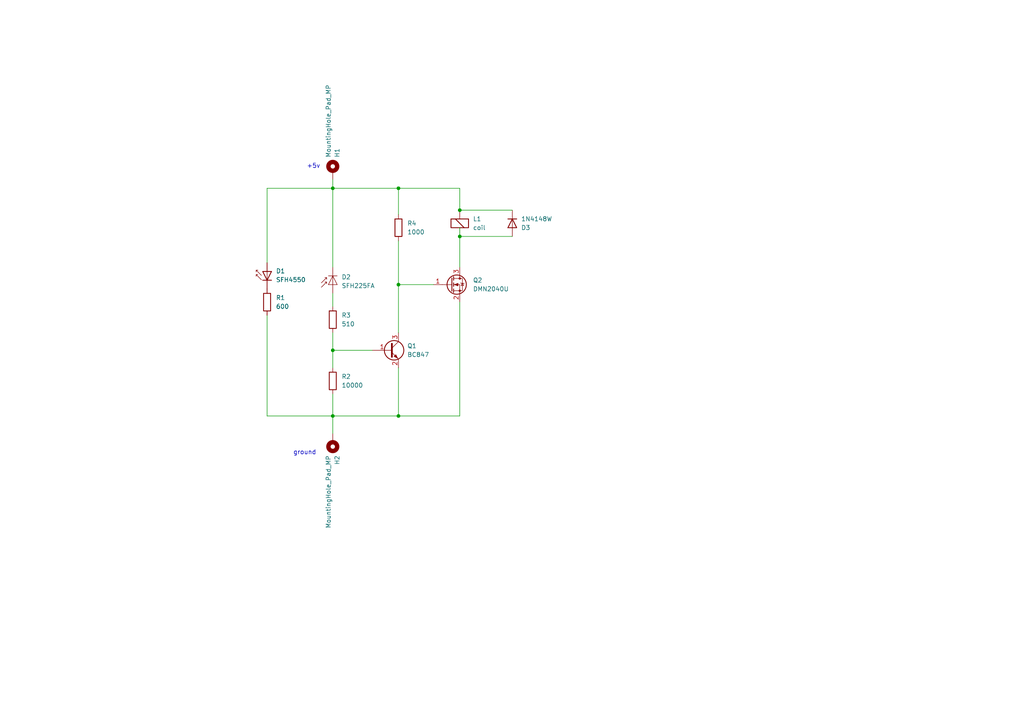
<source format=kicad_sch>
(kicad_sch
	(version 20231120)
	(generator "eeschema")
	(generator_version "8.0")
	(uuid "80b1e1b1-32c8-4640-a23f-7faa359fb782")
	(paper "A4")
	(lib_symbols
		(symbol "Device:ElectromagneticActor"
			(pin_numbers hide)
			(pin_names
				(offset 0.0254) hide)
			(exclude_from_sim no)
			(in_bom yes)
			(on_board yes)
			(property "Reference" "L"
				(at 1.27 3.81 0)
				(effects
					(font
						(size 1.27 1.27)
					)
					(justify left)
				)
			)
			(property "Value" "ElectromagneticActor"
				(at 1.27 -1.27 0)
				(effects
					(font
						(size 1.27 1.27)
					)
					(justify left)
				)
			)
			(property "Footprint" ""
				(at -0.635 2.54 90)
				(effects
					(font
						(size 1.27 1.27)
					)
					(hide yes)
				)
			)
			(property "Datasheet" "~"
				(at -0.635 2.54 90)
				(effects
					(font
						(size 1.27 1.27)
					)
					(hide yes)
				)
			)
			(property "Description" "Electromagnetic actor"
				(at 0 0 0)
				(effects
					(font
						(size 1.27 1.27)
					)
					(hide yes)
				)
			)
			(property "ki_keywords" "electromagnet coil inductor"
				(at 0 0 0)
				(effects
					(font
						(size 1.27 1.27)
					)
					(hide yes)
				)
			)
			(property "ki_fp_filters" "Inductor_* L_*"
				(at 0 0 0)
				(effects
					(font
						(size 1.27 1.27)
					)
					(hide yes)
				)
			)
			(symbol "ElectromagneticActor_0_1"
				(rectangle
					(start -2.54 2.54)
					(end 2.54 0)
					(stroke
						(width 0.254)
						(type default)
					)
					(fill
						(type none)
					)
				)
				(polyline
					(pts
						(xy -1.27 2.54) (xy 1.27 0)
					)
					(stroke
						(width 0.254)
						(type default)
					)
					(fill
						(type none)
					)
				)
			)
			(symbol "ElectromagneticActor_1_1"
				(pin passive line
					(at 0 5.08 270)
					(length 2.54)
					(name "-"
						(effects
							(font
								(size 1.27 1.27)
							)
						)
					)
					(number "1"
						(effects
							(font
								(size 1.27 1.27)
							)
						)
					)
				)
				(pin passive line
					(at 0 -2.54 90)
					(length 2.54)
					(name "+"
						(effects
							(font
								(size 1.27 1.27)
							)
						)
					)
					(number "2"
						(effects
							(font
								(size 1.27 1.27)
							)
						)
					)
				)
			)
		)
		(symbol "Device:R"
			(pin_numbers hide)
			(pin_names
				(offset 0)
			)
			(exclude_from_sim no)
			(in_bom yes)
			(on_board yes)
			(property "Reference" "R"
				(at 2.032 0 90)
				(effects
					(font
						(size 1.27 1.27)
					)
				)
			)
			(property "Value" "R"
				(at 0 0 90)
				(effects
					(font
						(size 1.27 1.27)
					)
				)
			)
			(property "Footprint" ""
				(at -1.778 0 90)
				(effects
					(font
						(size 1.27 1.27)
					)
					(hide yes)
				)
			)
			(property "Datasheet" "~"
				(at 0 0 0)
				(effects
					(font
						(size 1.27 1.27)
					)
					(hide yes)
				)
			)
			(property "Description" "Resistor"
				(at 0 0 0)
				(effects
					(font
						(size 1.27 1.27)
					)
					(hide yes)
				)
			)
			(property "ki_keywords" "R res resistor"
				(at 0 0 0)
				(effects
					(font
						(size 1.27 1.27)
					)
					(hide yes)
				)
			)
			(property "ki_fp_filters" "R_*"
				(at 0 0 0)
				(effects
					(font
						(size 1.27 1.27)
					)
					(hide yes)
				)
			)
			(symbol "R_0_1"
				(rectangle
					(start -1.016 -2.54)
					(end 1.016 2.54)
					(stroke
						(width 0.254)
						(type default)
					)
					(fill
						(type none)
					)
				)
			)
			(symbol "R_1_1"
				(pin passive line
					(at 0 3.81 270)
					(length 1.27)
					(name "~"
						(effects
							(font
								(size 1.27 1.27)
							)
						)
					)
					(number "1"
						(effects
							(font
								(size 1.27 1.27)
							)
						)
					)
				)
				(pin passive line
					(at 0 -3.81 90)
					(length 1.27)
					(name "~"
						(effects
							(font
								(size 1.27 1.27)
							)
						)
					)
					(number "2"
						(effects
							(font
								(size 1.27 1.27)
							)
						)
					)
				)
			)
		)
		(symbol "Diode:1N4148W"
			(pin_numbers hide)
			(pin_names hide)
			(exclude_from_sim no)
			(in_bom yes)
			(on_board yes)
			(property "Reference" "D"
				(at 0 2.54 0)
				(effects
					(font
						(size 1.27 1.27)
					)
				)
			)
			(property "Value" "1N4148W"
				(at 0 -2.54 0)
				(effects
					(font
						(size 1.27 1.27)
					)
				)
			)
			(property "Footprint" "Diode_SMD:D_SOD-123"
				(at 0 -4.445 0)
				(effects
					(font
						(size 1.27 1.27)
					)
					(hide yes)
				)
			)
			(property "Datasheet" "https://www.vishay.com/docs/85748/1n4148w.pdf"
				(at 0 0 0)
				(effects
					(font
						(size 1.27 1.27)
					)
					(hide yes)
				)
			)
			(property "Description" "75V 0.15A Fast Switching Diode, SOD-123"
				(at 0 0 0)
				(effects
					(font
						(size 1.27 1.27)
					)
					(hide yes)
				)
			)
			(property "Sim.Device" "D"
				(at 0 0 0)
				(effects
					(font
						(size 1.27 1.27)
					)
					(hide yes)
				)
			)
			(property "Sim.Pins" "1=K 2=A"
				(at 0 0 0)
				(effects
					(font
						(size 1.27 1.27)
					)
					(hide yes)
				)
			)
			(property "ki_keywords" "diode"
				(at 0 0 0)
				(effects
					(font
						(size 1.27 1.27)
					)
					(hide yes)
				)
			)
			(property "ki_fp_filters" "D*SOD?123*"
				(at 0 0 0)
				(effects
					(font
						(size 1.27 1.27)
					)
					(hide yes)
				)
			)
			(symbol "1N4148W_0_1"
				(polyline
					(pts
						(xy -1.27 1.27) (xy -1.27 -1.27)
					)
					(stroke
						(width 0.254)
						(type default)
					)
					(fill
						(type none)
					)
				)
				(polyline
					(pts
						(xy 1.27 0) (xy -1.27 0)
					)
					(stroke
						(width 0)
						(type default)
					)
					(fill
						(type none)
					)
				)
				(polyline
					(pts
						(xy 1.27 1.27) (xy 1.27 -1.27) (xy -1.27 0) (xy 1.27 1.27)
					)
					(stroke
						(width 0.254)
						(type default)
					)
					(fill
						(type none)
					)
				)
			)
			(symbol "1N4148W_1_1"
				(pin passive line
					(at -3.81 0 0)
					(length 2.54)
					(name "K"
						(effects
							(font
								(size 1.27 1.27)
							)
						)
					)
					(number "1"
						(effects
							(font
								(size 1.27 1.27)
							)
						)
					)
				)
				(pin passive line
					(at 3.81 0 180)
					(length 2.54)
					(name "A"
						(effects
							(font
								(size 1.27 1.27)
							)
						)
					)
					(number "2"
						(effects
							(font
								(size 1.27 1.27)
							)
						)
					)
				)
			)
		)
		(symbol "LED:SFH4550"
			(pin_numbers hide)
			(pin_names
				(offset 1.016) hide)
			(exclude_from_sim no)
			(in_bom yes)
			(on_board yes)
			(property "Reference" "D"
				(at 0.508 1.778 0)
				(effects
					(font
						(size 1.27 1.27)
					)
					(justify left)
				)
			)
			(property "Value" "SFH4550"
				(at -1.016 -2.794 0)
				(effects
					(font
						(size 1.27 1.27)
					)
				)
			)
			(property "Footprint" "LED_THT:LED_D5.0mm_IRGrey"
				(at 0 4.445 0)
				(effects
					(font
						(size 1.27 1.27)
					)
					(hide yes)
				)
			)
			(property "Datasheet" "http://www.osram-os.com/Graphics/XPic3/00116140_0.pdf"
				(at -1.27 0 0)
				(effects
					(font
						(size 1.27 1.27)
					)
					(hide yes)
				)
			)
			(property "Description" "950nm High-Power IR-LED, 5mm"
				(at 0 0 0)
				(effects
					(font
						(size 1.27 1.27)
					)
					(hide yes)
				)
			)
			(property "ki_keywords" "IR LED"
				(at 0 0 0)
				(effects
					(font
						(size 1.27 1.27)
					)
					(hide yes)
				)
			)
			(property "ki_fp_filters" "LED*5.0mm*IRGrey*"
				(at 0 0 0)
				(effects
					(font
						(size 1.27 1.27)
					)
					(hide yes)
				)
			)
			(symbol "SFH4550_0_1"
				(polyline
					(pts
						(xy -2.54 1.27) (xy -2.54 -1.27)
					)
					(stroke
						(width 0.254)
						(type default)
					)
					(fill
						(type none)
					)
				)
				(polyline
					(pts
						(xy 0 0) (xy -2.54 0)
					)
					(stroke
						(width 0)
						(type default)
					)
					(fill
						(type none)
					)
				)
				(polyline
					(pts
						(xy 0.381 3.175) (xy -0.127 3.175)
					)
					(stroke
						(width 0)
						(type default)
					)
					(fill
						(type none)
					)
				)
				(polyline
					(pts
						(xy -1.143 1.651) (xy 0.381 3.175) (xy 0.381 2.667)
					)
					(stroke
						(width 0)
						(type default)
					)
					(fill
						(type none)
					)
				)
				(polyline
					(pts
						(xy 0 -1.27) (xy -2.54 0) (xy 0 1.27) (xy 0 -1.27)
					)
					(stroke
						(width 0.254)
						(type default)
					)
					(fill
						(type none)
					)
				)
				(polyline
					(pts
						(xy -2.413 1.651) (xy -0.889 3.175) (xy -0.889 2.667) (xy -0.889 3.175) (xy -1.397 3.175)
					)
					(stroke
						(width 0)
						(type default)
					)
					(fill
						(type none)
					)
				)
			)
			(symbol "SFH4550_1_1"
				(pin passive line
					(at -5.08 0 0)
					(length 2.54)
					(name "K"
						(effects
							(font
								(size 1.27 1.27)
							)
						)
					)
					(number "1"
						(effects
							(font
								(size 1.27 1.27)
							)
						)
					)
				)
				(pin passive line
					(at 2.54 0 180)
					(length 2.54)
					(name "A"
						(effects
							(font
								(size 1.27 1.27)
							)
						)
					)
					(number "2"
						(effects
							(font
								(size 1.27 1.27)
							)
						)
					)
				)
			)
		)
		(symbol "Mechanical:MountingHole_Pad_MP"
			(pin_numbers hide)
			(pin_names
				(offset 1.016) hide)
			(exclude_from_sim yes)
			(in_bom no)
			(on_board yes)
			(property "Reference" "H"
				(at 0 6.35 0)
				(effects
					(font
						(size 1.27 1.27)
					)
				)
			)
			(property "Value" "MountingHole_Pad_MP"
				(at 0 4.445 0)
				(effects
					(font
						(size 1.27 1.27)
					)
				)
			)
			(property "Footprint" ""
				(at 0 0 0)
				(effects
					(font
						(size 1.27 1.27)
					)
					(hide yes)
				)
			)
			(property "Datasheet" "~"
				(at 0 0 0)
				(effects
					(font
						(size 1.27 1.27)
					)
					(hide yes)
				)
			)
			(property "Description" "Mounting Hole with connection as pad named MP"
				(at 0 0 0)
				(effects
					(font
						(size 1.27 1.27)
					)
					(hide yes)
				)
			)
			(property "ki_keywords" "mounting hole"
				(at 0 0 0)
				(effects
					(font
						(size 1.27 1.27)
					)
					(hide yes)
				)
			)
			(property "ki_fp_filters" "MountingHole*Pad*"
				(at 0 0 0)
				(effects
					(font
						(size 1.27 1.27)
					)
					(hide yes)
				)
			)
			(symbol "MountingHole_Pad_MP_0_1"
				(circle
					(center 0 1.27)
					(radius 1.27)
					(stroke
						(width 1.27)
						(type default)
					)
					(fill
						(type none)
					)
				)
			)
			(symbol "MountingHole_Pad_MP_1_1"
				(pin input line
					(at 0 -2.54 90)
					(length 2.54)
					(name "MP"
						(effects
							(font
								(size 1.27 1.27)
							)
						)
					)
					(number "MP"
						(effects
							(font
								(size 1.27 1.27)
							)
						)
					)
				)
			)
		)
		(symbol "Sensor_Optical:SFH225FA"
			(pin_numbers hide)
			(pin_names hide)
			(exclude_from_sim no)
			(in_bom yes)
			(on_board yes)
			(property "Reference" "D"
				(at 0.508 1.778 0)
				(effects
					(font
						(size 1.27 1.27)
					)
					(justify left)
				)
			)
			(property "Value" "SFH225FA"
				(at -1.016 -2.794 0)
				(effects
					(font
						(size 1.27 1.27)
					)
				)
			)
			(property "Footprint" "OptoDevice:Osram_SFH225"
				(at 0 4.445 0)
				(effects
					(font
						(size 1.27 1.27)
					)
					(hide yes)
				)
			)
			(property "Datasheet" "http://www.osram-os.com/Graphics/XPic0/00209685_0.pdf/SFH%20225%20FA.pdf"
				(at -1.27 0 0)
				(effects
					(font
						(size 1.27 1.27)
					)
					(hide yes)
				)
			)
			(property "Description" "Silicon PIN Photodiode with Daylight Blocking Filter"
				(at 0 0 0)
				(effects
					(font
						(size 1.27 1.27)
					)
					(hide yes)
				)
			)
			(property "ki_keywords" "opto PIN photodiode IR"
				(at 0 0 0)
				(effects
					(font
						(size 1.27 1.27)
					)
					(hide yes)
				)
			)
			(property "ki_fp_filters" "Osram*SFH225*"
				(at 0 0 0)
				(effects
					(font
						(size 1.27 1.27)
					)
					(hide yes)
				)
			)
			(symbol "SFH225FA_0_1"
				(polyline
					(pts
						(xy -2.54 1.27) (xy -2.54 -1.27)
					)
					(stroke
						(width 0.1524)
						(type default)
					)
					(fill
						(type none)
					)
				)
				(polyline
					(pts
						(xy -2.032 1.778) (xy -1.524 1.778)
					)
					(stroke
						(width 0)
						(type default)
					)
					(fill
						(type none)
					)
				)
				(polyline
					(pts
						(xy 0 -1.27) (xy 0 1.27)
					)
					(stroke
						(width 0)
						(type default)
					)
					(fill
						(type none)
					)
				)
				(polyline
					(pts
						(xy 0 0) (xy -2.54 0)
					)
					(stroke
						(width 0)
						(type default)
					)
					(fill
						(type none)
					)
				)
				(polyline
					(pts
						(xy -0.508 3.302) (xy -2.032 1.778) (xy -2.032 2.286)
					)
					(stroke
						(width 0)
						(type default)
					)
					(fill
						(type none)
					)
				)
				(polyline
					(pts
						(xy 0 1.27) (xy -2.54 0) (xy 0 -1.27)
					)
					(stroke
						(width 0)
						(type default)
					)
					(fill
						(type none)
					)
				)
				(polyline
					(pts
						(xy 0.762 3.302) (xy -0.762 1.778) (xy -0.762 2.286) (xy -0.762 1.778) (xy -0.254 1.778)
					)
					(stroke
						(width 0)
						(type default)
					)
					(fill
						(type none)
					)
				)
			)
			(symbol "SFH225FA_1_1"
				(pin passive line
					(at -5.08 0 0)
					(length 2.54)
					(name "K"
						(effects
							(font
								(size 1.27 1.27)
							)
						)
					)
					(number "1"
						(effects
							(font
								(size 1.27 1.27)
							)
						)
					)
				)
				(pin passive line
					(at 2.54 0 180)
					(length 2.54)
					(name "A"
						(effects
							(font
								(size 1.27 1.27)
							)
						)
					)
					(number "2"
						(effects
							(font
								(size 1.27 1.27)
							)
						)
					)
				)
			)
		)
		(symbol "Transistor_BJT:BC847"
			(pin_names
				(offset 0) hide)
			(exclude_from_sim no)
			(in_bom yes)
			(on_board yes)
			(property "Reference" "Q"
				(at 5.08 1.905 0)
				(effects
					(font
						(size 1.27 1.27)
					)
					(justify left)
				)
			)
			(property "Value" "BC847"
				(at 5.08 0 0)
				(effects
					(font
						(size 1.27 1.27)
					)
					(justify left)
				)
			)
			(property "Footprint" "Package_TO_SOT_SMD:SOT-23"
				(at 5.08 -1.905 0)
				(effects
					(font
						(size 1.27 1.27)
						(italic yes)
					)
					(justify left)
					(hide yes)
				)
			)
			(property "Datasheet" "http://www.infineon.com/dgdl/Infineon-BC847SERIES_BC848SERIES_BC849SERIES_BC850SERIES-DS-v01_01-en.pdf?fileId=db3a304314dca389011541d4630a1657"
				(at 0 0 0)
				(effects
					(font
						(size 1.27 1.27)
					)
					(justify left)
					(hide yes)
				)
			)
			(property "Description" "0.1A Ic, 45V Vce, NPN Transistor, SOT-23"
				(at 0 0 0)
				(effects
					(font
						(size 1.27 1.27)
					)
					(hide yes)
				)
			)
			(property "ki_keywords" "NPN Small Signal Transistor"
				(at 0 0 0)
				(effects
					(font
						(size 1.27 1.27)
					)
					(hide yes)
				)
			)
			(property "ki_fp_filters" "SOT?23*"
				(at 0 0 0)
				(effects
					(font
						(size 1.27 1.27)
					)
					(hide yes)
				)
			)
			(symbol "BC847_0_1"
				(polyline
					(pts
						(xy 0.635 0.635) (xy 2.54 2.54)
					)
					(stroke
						(width 0)
						(type default)
					)
					(fill
						(type none)
					)
				)
				(polyline
					(pts
						(xy 0.635 -0.635) (xy 2.54 -2.54) (xy 2.54 -2.54)
					)
					(stroke
						(width 0)
						(type default)
					)
					(fill
						(type none)
					)
				)
				(polyline
					(pts
						(xy 0.635 1.905) (xy 0.635 -1.905) (xy 0.635 -1.905)
					)
					(stroke
						(width 0.508)
						(type default)
					)
					(fill
						(type none)
					)
				)
				(polyline
					(pts
						(xy 1.27 -1.778) (xy 1.778 -1.27) (xy 2.286 -2.286) (xy 1.27 -1.778) (xy 1.27 -1.778)
					)
					(stroke
						(width 0)
						(type default)
					)
					(fill
						(type outline)
					)
				)
				(circle
					(center 1.27 0)
					(radius 2.8194)
					(stroke
						(width 0.254)
						(type default)
					)
					(fill
						(type none)
					)
				)
			)
			(symbol "BC847_1_1"
				(pin input line
					(at -5.08 0 0)
					(length 5.715)
					(name "B"
						(effects
							(font
								(size 1.27 1.27)
							)
						)
					)
					(number "1"
						(effects
							(font
								(size 1.27 1.27)
							)
						)
					)
				)
				(pin passive line
					(at 2.54 -5.08 90)
					(length 2.54)
					(name "E"
						(effects
							(font
								(size 1.27 1.27)
							)
						)
					)
					(number "2"
						(effects
							(font
								(size 1.27 1.27)
							)
						)
					)
				)
				(pin passive line
					(at 2.54 5.08 270)
					(length 2.54)
					(name "C"
						(effects
							(font
								(size 1.27 1.27)
							)
						)
					)
					(number "3"
						(effects
							(font
								(size 1.27 1.27)
							)
						)
					)
				)
			)
		)
		(symbol "Transistor_FET:DMN2040U"
			(pin_names hide)
			(exclude_from_sim no)
			(in_bom yes)
			(on_board yes)
			(property "Reference" "Q"
				(at 5.08 1.905 0)
				(effects
					(font
						(size 1.27 1.27)
					)
					(justify left)
				)
			)
			(property "Value" "DMN2040U"
				(at 5.08 0 0)
				(effects
					(font
						(size 1.27 1.27)
					)
					(justify left)
				)
			)
			(property "Footprint" "Package_TO_SOT_SMD:SOT-23"
				(at 5.08 -1.905 0)
				(effects
					(font
						(size 1.27 1.27)
						(italic yes)
					)
					(justify left)
					(hide yes)
				)
			)
			(property "Datasheet" "https://www.diodes.com/assets/Datasheets/DMN2040U.pdf"
				(at 5.08 -3.81 0)
				(effects
					(font
						(size 1.27 1.27)
					)
					(justify left)
					(hide yes)
				)
			)
			(property "Description" "20V Vds, 6A Id, N-Channel MOSFET, SOT-23"
				(at 0 0 0)
				(effects
					(font
						(size 1.27 1.27)
					)
					(hide yes)
				)
			)
			(property "ki_keywords" "N-Channel MOSFET"
				(at 0 0 0)
				(effects
					(font
						(size 1.27 1.27)
					)
					(hide yes)
				)
			)
			(property "ki_fp_filters" "SOT?23*"
				(at 0 0 0)
				(effects
					(font
						(size 1.27 1.27)
					)
					(hide yes)
				)
			)
			(symbol "DMN2040U_0_1"
				(polyline
					(pts
						(xy 0.254 0) (xy -2.54 0)
					)
					(stroke
						(width 0)
						(type default)
					)
					(fill
						(type none)
					)
				)
				(polyline
					(pts
						(xy 0.254 1.905) (xy 0.254 -1.905)
					)
					(stroke
						(width 0.254)
						(type default)
					)
					(fill
						(type none)
					)
				)
				(polyline
					(pts
						(xy 0.762 -1.27) (xy 0.762 -2.286)
					)
					(stroke
						(width 0.254)
						(type default)
					)
					(fill
						(type none)
					)
				)
				(polyline
					(pts
						(xy 0.762 0.508) (xy 0.762 -0.508)
					)
					(stroke
						(width 0.254)
						(type default)
					)
					(fill
						(type none)
					)
				)
				(polyline
					(pts
						(xy 0.762 2.286) (xy 0.762 1.27)
					)
					(stroke
						(width 0.254)
						(type default)
					)
					(fill
						(type none)
					)
				)
				(polyline
					(pts
						(xy 2.54 2.54) (xy 2.54 1.778)
					)
					(stroke
						(width 0)
						(type default)
					)
					(fill
						(type none)
					)
				)
				(polyline
					(pts
						(xy 2.54 -2.54) (xy 2.54 0) (xy 0.762 0)
					)
					(stroke
						(width 0)
						(type default)
					)
					(fill
						(type none)
					)
				)
				(polyline
					(pts
						(xy 0.762 -1.778) (xy 3.302 -1.778) (xy 3.302 1.778) (xy 0.762 1.778)
					)
					(stroke
						(width 0)
						(type default)
					)
					(fill
						(type none)
					)
				)
				(polyline
					(pts
						(xy 1.016 0) (xy 2.032 0.381) (xy 2.032 -0.381) (xy 1.016 0)
					)
					(stroke
						(width 0)
						(type default)
					)
					(fill
						(type outline)
					)
				)
				(polyline
					(pts
						(xy 2.794 0.508) (xy 2.921 0.381) (xy 3.683 0.381) (xy 3.81 0.254)
					)
					(stroke
						(width 0)
						(type default)
					)
					(fill
						(type none)
					)
				)
				(polyline
					(pts
						(xy 3.302 0.381) (xy 2.921 -0.254) (xy 3.683 -0.254) (xy 3.302 0.381)
					)
					(stroke
						(width 0)
						(type default)
					)
					(fill
						(type none)
					)
				)
				(circle
					(center 1.651 0)
					(radius 2.794)
					(stroke
						(width 0.254)
						(type default)
					)
					(fill
						(type none)
					)
				)
				(circle
					(center 2.54 -1.778)
					(radius 0.254)
					(stroke
						(width 0)
						(type default)
					)
					(fill
						(type outline)
					)
				)
				(circle
					(center 2.54 1.778)
					(radius 0.254)
					(stroke
						(width 0)
						(type default)
					)
					(fill
						(type outline)
					)
				)
			)
			(symbol "DMN2040U_1_1"
				(pin input line
					(at -5.08 0 0)
					(length 2.54)
					(name "G"
						(effects
							(font
								(size 1.27 1.27)
							)
						)
					)
					(number "1"
						(effects
							(font
								(size 1.27 1.27)
							)
						)
					)
				)
				(pin passive line
					(at 2.54 -5.08 90)
					(length 2.54)
					(name "S"
						(effects
							(font
								(size 1.27 1.27)
							)
						)
					)
					(number "2"
						(effects
							(font
								(size 1.27 1.27)
							)
						)
					)
				)
				(pin passive line
					(at 2.54 5.08 270)
					(length 2.54)
					(name "D"
						(effects
							(font
								(size 1.27 1.27)
							)
						)
					)
					(number "3"
						(effects
							(font
								(size 1.27 1.27)
							)
						)
					)
				)
			)
		)
	)
	(junction
		(at 96.52 120.65)
		(diameter 0)
		(color 0 0 0 0)
		(uuid "204ea255-c7e4-46fd-8054-d06d959de93f")
	)
	(junction
		(at 133.35 68.58)
		(diameter 0)
		(color 0 0 0 0)
		(uuid "401b6703-bb47-4dbc-8aca-dd98ca893a40")
	)
	(junction
		(at 115.57 120.65)
		(diameter 0)
		(color 0 0 0 0)
		(uuid "46d10ebf-dfb1-44d7-9767-790ae3687363")
	)
	(junction
		(at 96.52 54.61)
		(diameter 0)
		(color 0 0 0 0)
		(uuid "6dc9bbf6-7e85-4388-8762-c11e094172cc")
	)
	(junction
		(at 133.35 60.96)
		(diameter 0)
		(color 0 0 0 0)
		(uuid "71de4d3c-ef4b-4ff6-bd4f-cc4d0b9625de")
	)
	(junction
		(at 115.57 82.55)
		(diameter 0)
		(color 0 0 0 0)
		(uuid "a372ad59-8299-4815-b36c-ac2db13f4f52")
	)
	(junction
		(at 115.57 54.61)
		(diameter 0)
		(color 0 0 0 0)
		(uuid "b044f85f-aa02-4900-b2a9-3a18574088c6")
	)
	(junction
		(at 96.52 101.6)
		(diameter 0)
		(color 0 0 0 0)
		(uuid "e281ae1b-b11b-4e86-8360-c1f3babef9c8")
	)
	(wire
		(pts
			(xy 96.52 101.6) (xy 96.52 106.68)
		)
		(stroke
			(width 0)
			(type default)
		)
		(uuid "13dd004b-c9f9-4556-89d6-a670bde2e684")
	)
	(wire
		(pts
			(xy 115.57 96.52) (xy 115.57 82.55)
		)
		(stroke
			(width 0)
			(type default)
		)
		(uuid "22b8bc03-1242-42db-8ae6-bd24c8502dd8")
	)
	(wire
		(pts
			(xy 77.47 91.44) (xy 77.47 120.65)
		)
		(stroke
			(width 0)
			(type default)
		)
		(uuid "23e9c1a8-b29d-4cc9-8ba0-617d872638a5")
	)
	(wire
		(pts
			(xy 133.35 54.61) (xy 115.57 54.61)
		)
		(stroke
			(width 0)
			(type default)
		)
		(uuid "29d87fec-58b9-4c2e-8f6a-b2d9e6be2d91")
	)
	(wire
		(pts
			(xy 115.57 120.65) (xy 96.52 120.65)
		)
		(stroke
			(width 0)
			(type default)
		)
		(uuid "2eae695c-5824-4f7e-beef-7a79ac3144ba")
	)
	(wire
		(pts
			(xy 115.57 54.61) (xy 115.57 62.23)
		)
		(stroke
			(width 0)
			(type default)
		)
		(uuid "350d5014-570d-4412-a79f-e7a872e1049d")
	)
	(wire
		(pts
			(xy 133.35 68.58) (xy 148.59 68.58)
		)
		(stroke
			(width 0)
			(type default)
		)
		(uuid "37fd075f-95a4-457b-9322-c2c480f12738")
	)
	(wire
		(pts
			(xy 133.35 68.58) (xy 133.35 77.47)
		)
		(stroke
			(width 0)
			(type default)
		)
		(uuid "3caca98a-44b6-4971-9d7d-98f69255f332")
	)
	(wire
		(pts
			(xy 77.47 120.65) (xy 96.52 120.65)
		)
		(stroke
			(width 0)
			(type default)
		)
		(uuid "48c7744c-5f48-4564-99cc-f592dbb19ade")
	)
	(wire
		(pts
			(xy 96.52 101.6) (xy 107.95 101.6)
		)
		(stroke
			(width 0)
			(type default)
		)
		(uuid "4a9b444f-d9f6-4abb-a9ad-d02c0fdfe39c")
	)
	(wire
		(pts
			(xy 133.35 60.96) (xy 133.35 54.61)
		)
		(stroke
			(width 0)
			(type default)
		)
		(uuid "4f4219e0-3871-4382-bc14-2e349d828c13")
	)
	(wire
		(pts
			(xy 115.57 106.68) (xy 115.57 120.65)
		)
		(stroke
			(width 0)
			(type default)
		)
		(uuid "5781aef1-6675-4834-8fff-50135191915f")
	)
	(wire
		(pts
			(xy 133.35 87.63) (xy 133.35 120.65)
		)
		(stroke
			(width 0)
			(type default)
		)
		(uuid "5a01133b-6faa-4bfa-86d2-54c942f95f46")
	)
	(wire
		(pts
			(xy 77.47 54.61) (xy 96.52 54.61)
		)
		(stroke
			(width 0)
			(type default)
		)
		(uuid "6b65d24a-7934-4f75-9096-b64d3d8064de")
	)
	(wire
		(pts
			(xy 77.47 76.2) (xy 77.47 54.61)
		)
		(stroke
			(width 0)
			(type default)
		)
		(uuid "7250f712-4fa6-43b6-9c0b-15d1d54e812b")
	)
	(wire
		(pts
			(xy 133.35 60.96) (xy 148.59 60.96)
		)
		(stroke
			(width 0)
			(type default)
		)
		(uuid "7742ee40-60f4-4ab2-a0b2-2289d1ed9df3")
	)
	(wire
		(pts
			(xy 96.52 54.61) (xy 96.52 77.47)
		)
		(stroke
			(width 0)
			(type default)
		)
		(uuid "7d61f060-1458-41c1-8323-7db31474bcf9")
	)
	(wire
		(pts
			(xy 96.52 96.52) (xy 96.52 101.6)
		)
		(stroke
			(width 0)
			(type default)
		)
		(uuid "86cb4f83-f9da-4524-bc6f-80c99e04365a")
	)
	(wire
		(pts
			(xy 96.52 54.61) (xy 115.57 54.61)
		)
		(stroke
			(width 0)
			(type default)
		)
		(uuid "a29a02c8-8bfd-4c76-90d6-5e592bee318d")
	)
	(wire
		(pts
			(xy 133.35 120.65) (xy 115.57 120.65)
		)
		(stroke
			(width 0)
			(type default)
		)
		(uuid "a8e5b7bc-90bb-4f28-8788-06c8699338f8")
	)
	(wire
		(pts
			(xy 96.52 114.3) (xy 96.52 120.65)
		)
		(stroke
			(width 0)
			(type default)
		)
		(uuid "bc292d95-e4f2-49e8-9079-1420cc94fc01")
	)
	(wire
		(pts
			(xy 96.52 85.09) (xy 96.52 88.9)
		)
		(stroke
			(width 0)
			(type default)
		)
		(uuid "c08c2e94-a232-4ac8-a0c0-f7627ed5f39f")
	)
	(wire
		(pts
			(xy 115.57 69.85) (xy 115.57 82.55)
		)
		(stroke
			(width 0)
			(type default)
		)
		(uuid "c610a3b7-0983-4731-8eea-f488fd3dbcc9")
	)
	(wire
		(pts
			(xy 96.52 52.07) (xy 96.52 54.61)
		)
		(stroke
			(width 0)
			(type default)
		)
		(uuid "c83e011c-4df7-49ae-b890-383ed327b176")
	)
	(wire
		(pts
			(xy 133.35 66.04) (xy 133.35 68.58)
		)
		(stroke
			(width 0)
			(type default)
		)
		(uuid "e2e6836b-e8e5-472d-a8c2-4618d4119d7f")
	)
	(wire
		(pts
			(xy 115.57 82.55) (xy 125.73 82.55)
		)
		(stroke
			(width 0)
			(type default)
		)
		(uuid "fbdbd8ad-cda6-4c4f-b84e-368afec75765")
	)
	(wire
		(pts
			(xy 96.52 120.65) (xy 96.52 125.73)
		)
		(stroke
			(width 0)
			(type default)
		)
		(uuid "fef6482c-426b-4e7b-8159-b482f14a12f1")
	)
	(text "+5v\n"
		(exclude_from_sim no)
		(at 90.932 48.26 0)
		(effects
			(font
				(size 1.27 1.27)
			)
		)
		(uuid "93e8a3d1-1aa2-4535-b1f7-3c76efe641e2")
	)
	(text "ground\n"
		(exclude_from_sim no)
		(at 88.392 131.318 0)
		(effects
			(font
				(size 1.27 1.27)
			)
		)
		(uuid "facee2f1-f73d-4084-8f7a-9008f46f9c73")
	)
	(symbol
		(lib_id "LED:SFH4550")
		(at 77.47 78.74 90)
		(unit 1)
		(exclude_from_sim no)
		(in_bom yes)
		(on_board yes)
		(dnp no)
		(fields_autoplaced yes)
		(uuid "1c86b189-c7f4-4614-89f6-e0d7137b1861")
		(property "Reference" "D1"
			(at 80.01 78.6129 90)
			(effects
				(font
					(size 1.27 1.27)
				)
				(justify right)
			)
		)
		(property "Value" "SFH4550"
			(at 80.01 81.1529 90)
			(effects
				(font
					(size 1.27 1.27)
				)
				(justify right)
			)
		)
		(property "Footprint" "LED_THT:LED_D5.0mm_IRGrey"
			(at 73.025 78.74 0)
			(effects
				(font
					(size 1.27 1.27)
				)
				(hide yes)
			)
		)
		(property "Datasheet" "http://www.osram-os.com/Graphics/XPic3/00116140_0.pdf"
			(at 77.47 80.01 0)
			(effects
				(font
					(size 1.27 1.27)
				)
				(hide yes)
			)
		)
		(property "Description" "950nm High-Power IR-LED, 5mm"
			(at 77.47 78.74 0)
			(effects
				(font
					(size 1.27 1.27)
				)
				(hide yes)
			)
		)
		(pin "1"
			(uuid "1160a016-6550-424b-b962-194aa219e9c7")
		)
		(pin "2"
			(uuid "f9c47e66-4c75-494e-8327-75cc3ff06651")
		)
		(instances
			(project "particle accelerator"
				(path "/80b1e1b1-32c8-4640-a23f-7faa359fb782"
					(reference "D1")
					(unit 1)
				)
			)
		)
	)
	(symbol
		(lib_id "Sensor_Optical:SFH225FA")
		(at 96.52 82.55 90)
		(mirror x)
		(unit 1)
		(exclude_from_sim no)
		(in_bom yes)
		(on_board yes)
		(dnp no)
		(fields_autoplaced yes)
		(uuid "40145173-a79e-45dc-be42-f6dc99765e5e")
		(property "Reference" "D2"
			(at 99.06 80.3528 90)
			(effects
				(font
					(size 1.27 1.27)
				)
				(justify right)
			)
		)
		(property "Value" "SFH225FA"
			(at 99.06 82.8928 90)
			(effects
				(font
					(size 1.27 1.27)
				)
				(justify right)
			)
		)
		(property "Footprint" "OptoDevice:Osram_SFH225"
			(at 92.075 82.55 0)
			(effects
				(font
					(size 1.27 1.27)
				)
				(hide yes)
			)
		)
		(property "Datasheet" "http://www.osram-os.com/Graphics/XPic0/00209685_0.pdf/SFH%20225%20FA.pdf"
			(at 96.52 81.28 0)
			(effects
				(font
					(size 1.27 1.27)
				)
				(hide yes)
			)
		)
		(property "Description" "Silicon PIN Photodiode with Daylight Blocking Filter"
			(at 96.52 82.55 0)
			(effects
				(font
					(size 1.27 1.27)
				)
				(hide yes)
			)
		)
		(pin "2"
			(uuid "0d5808f7-f27d-40ef-894e-7819d9c5f06c")
		)
		(pin "1"
			(uuid "cba17f70-12ae-4404-b38c-bd91dac5266e")
		)
		(instances
			(project "particle accelerator"
				(path "/80b1e1b1-32c8-4640-a23f-7faa359fb782"
					(reference "D2")
					(unit 1)
				)
			)
		)
	)
	(symbol
		(lib_id "Mechanical:MountingHole_Pad_MP")
		(at 96.52 49.53 0)
		(mirror y)
		(unit 1)
		(exclude_from_sim yes)
		(in_bom no)
		(on_board yes)
		(dnp no)
		(uuid "4d3f0d2e-480e-4a26-bafe-c4c2b1c06392")
		(property "Reference" "H1"
			(at 97.7901 45.72 90)
			(effects
				(font
					(size 1.27 1.27)
				)
				(justify left)
			)
		)
		(property "Value" "MountingHole_Pad_MP"
			(at 95.2501 45.72 90)
			(effects
				(font
					(size 1.27 1.27)
				)
				(justify left)
			)
		)
		(property "Footprint" ""
			(at 96.52 49.53 0)
			(effects
				(font
					(size 1.27 1.27)
				)
				(hide yes)
			)
		)
		(property "Datasheet" "~"
			(at 96.52 49.53 0)
			(effects
				(font
					(size 1.27 1.27)
				)
				(hide yes)
			)
		)
		(property "Description" "Mounting Hole with connection as pad named MP"
			(at 96.52 49.53 0)
			(effects
				(font
					(size 1.27 1.27)
				)
				(hide yes)
			)
		)
		(pin "MP"
			(uuid "feab7e76-8a9d-4c76-bd8d-6d4924e2ce60")
		)
		(instances
			(project "particle accelerator"
				(path "/80b1e1b1-32c8-4640-a23f-7faa359fb782"
					(reference "H1")
					(unit 1)
				)
			)
		)
	)
	(symbol
		(lib_id "Device:R")
		(at 96.52 110.49 0)
		(unit 1)
		(exclude_from_sim no)
		(in_bom yes)
		(on_board yes)
		(dnp no)
		(fields_autoplaced yes)
		(uuid "59620abc-b8ab-4c20-9790-4ca90665b6da")
		(property "Reference" "R2"
			(at 99.06 109.2199 0)
			(effects
				(font
					(size 1.27 1.27)
				)
				(justify left)
			)
		)
		(property "Value" "10000"
			(at 99.06 111.7599 0)
			(effects
				(font
					(size 1.27 1.27)
				)
				(justify left)
			)
		)
		(property "Footprint" "Resistor_SMD:R_0201_0603Metric"
			(at 94.742 110.49 90)
			(effects
				(font
					(size 1.27 1.27)
				)
				(hide yes)
			)
		)
		(property "Datasheet" "~"
			(at 96.52 110.49 0)
			(effects
				(font
					(size 1.27 1.27)
				)
				(hide yes)
			)
		)
		(property "Description" "Resistor"
			(at 96.52 110.49 0)
			(effects
				(font
					(size 1.27 1.27)
				)
				(hide yes)
			)
		)
		(pin "2"
			(uuid "92f81b1b-9ecf-43ab-9eda-5fde27aefa0c")
		)
		(pin "1"
			(uuid "a64e992b-ea17-4dca-99c0-660e7e06bc20")
		)
		(instances
			(project "particle accelerator"
				(path "/80b1e1b1-32c8-4640-a23f-7faa359fb782"
					(reference "R2")
					(unit 1)
				)
			)
		)
	)
	(symbol
		(lib_id "Device:R")
		(at 115.57 66.04 0)
		(unit 1)
		(exclude_from_sim no)
		(in_bom yes)
		(on_board yes)
		(dnp no)
		(fields_autoplaced yes)
		(uuid "619f56ee-98b0-4adc-9e26-9b7386022c70")
		(property "Reference" "R4"
			(at 118.11 64.7699 0)
			(effects
				(font
					(size 1.27 1.27)
				)
				(justify left)
			)
		)
		(property "Value" "1000"
			(at 118.11 67.3099 0)
			(effects
				(font
					(size 1.27 1.27)
				)
				(justify left)
			)
		)
		(property "Footprint" "Resistor_SMD:R_0201_0603Metric"
			(at 113.792 66.04 90)
			(effects
				(font
					(size 1.27 1.27)
				)
				(hide yes)
			)
		)
		(property "Datasheet" "~"
			(at 115.57 66.04 0)
			(effects
				(font
					(size 1.27 1.27)
				)
				(hide yes)
			)
		)
		(property "Description" "Resistor"
			(at 115.57 66.04 0)
			(effects
				(font
					(size 1.27 1.27)
				)
				(hide yes)
			)
		)
		(pin "2"
			(uuid "b0a9aeb8-73e1-4ce3-9c24-8da1c1dbfdd8")
		)
		(pin "1"
			(uuid "da3e763a-4324-4ebf-8326-788197b45b11")
		)
		(instances
			(project "particle accelerator"
				(path "/80b1e1b1-32c8-4640-a23f-7faa359fb782"
					(reference "R4")
					(unit 1)
				)
			)
		)
	)
	(symbol
		(lib_id "Diode:1N4148W")
		(at 148.59 64.77 90)
		(mirror x)
		(unit 1)
		(exclude_from_sim no)
		(in_bom yes)
		(on_board yes)
		(dnp no)
		(uuid "63cbcc25-6475-4157-b7e9-266bc2855d90")
		(property "Reference" "D3"
			(at 151.13 66.0401 90)
			(effects
				(font
					(size 1.27 1.27)
				)
				(justify right)
			)
		)
		(property "Value" "1N4148W"
			(at 151.13 63.5001 90)
			(effects
				(font
					(size 1.27 1.27)
				)
				(justify right)
			)
		)
		(property "Footprint" "Diode_SMD:D_SOD-123"
			(at 153.035 64.77 0)
			(effects
				(font
					(size 1.27 1.27)
				)
				(hide yes)
			)
		)
		(property "Datasheet" "https://www.vishay.com/docs/85748/1n4148w.pdf"
			(at 148.59 64.77 0)
			(effects
				(font
					(size 1.27 1.27)
				)
				(hide yes)
			)
		)
		(property "Description" "75V 0.15A Fast Switching Diode, SOD-123"
			(at 148.59 64.77 0)
			(effects
				(font
					(size 1.27 1.27)
				)
				(hide yes)
			)
		)
		(property "Sim.Device" "D"
			(at 148.59 64.77 0)
			(effects
				(font
					(size 1.27 1.27)
				)
				(hide yes)
			)
		)
		(property "Sim.Pins" "1=K 2=A"
			(at 148.59 64.77 0)
			(effects
				(font
					(size 1.27 1.27)
				)
				(hide yes)
			)
		)
		(pin "1"
			(uuid "bf3f72cc-2e5a-4ba7-b02c-2b4b39af6170")
		)
		(pin "2"
			(uuid "e737b18a-1080-4791-8dde-19f004656fac")
		)
		(instances
			(project "particle accelerator"
				(path "/80b1e1b1-32c8-4640-a23f-7faa359fb782"
					(reference "D3")
					(unit 1)
				)
			)
		)
	)
	(symbol
		(lib_id "Device:ElectromagneticActor")
		(at 133.35 66.04 0)
		(unit 1)
		(exclude_from_sim no)
		(in_bom yes)
		(on_board yes)
		(dnp no)
		(fields_autoplaced yes)
		(uuid "6bd00daf-3793-4a1a-b67e-e2a05e230bba")
		(property "Reference" "L1"
			(at 137.16 63.4999 0)
			(effects
				(font
					(size 1.27 1.27)
				)
				(justify left)
			)
		)
		(property "Value" "coil"
			(at 137.16 66.0399 0)
			(effects
				(font
					(size 1.27 1.27)
				)
				(justify left)
			)
		)
		(property "Footprint" ""
			(at 132.715 63.5 90)
			(effects
				(font
					(size 1.27 1.27)
				)
				(hide yes)
			)
		)
		(property "Datasheet" "~"
			(at 132.715 63.5 90)
			(effects
				(font
					(size 1.27 1.27)
				)
				(hide yes)
			)
		)
		(property "Description" "Electromagnetic actor"
			(at 133.35 66.04 0)
			(effects
				(font
					(size 1.27 1.27)
				)
				(hide yes)
			)
		)
		(pin "1"
			(uuid "ae4906b1-5378-40ba-bf5e-d17e7f14b49f")
		)
		(pin "2"
			(uuid "f35e25cd-4667-4783-8138-02ee5669ff0a")
		)
		(instances
			(project "particle accelerator"
				(path "/80b1e1b1-32c8-4640-a23f-7faa359fb782"
					(reference "L1")
					(unit 1)
				)
			)
		)
	)
	(symbol
		(lib_id "Device:R")
		(at 96.52 92.71 0)
		(unit 1)
		(exclude_from_sim no)
		(in_bom yes)
		(on_board yes)
		(dnp no)
		(fields_autoplaced yes)
		(uuid "a91d567e-a400-4b05-b21a-29af16eebe87")
		(property "Reference" "R3"
			(at 99.06 91.4399 0)
			(effects
				(font
					(size 1.27 1.27)
				)
				(justify left)
			)
		)
		(property "Value" "510"
			(at 99.06 93.9799 0)
			(effects
				(font
					(size 1.27 1.27)
				)
				(justify left)
			)
		)
		(property "Footprint" "Resistor_SMD:R_0201_0603Metric"
			(at 94.742 92.71 90)
			(effects
				(font
					(size 1.27 1.27)
				)
				(hide yes)
			)
		)
		(property "Datasheet" "~"
			(at 96.52 92.71 0)
			(effects
				(font
					(size 1.27 1.27)
				)
				(hide yes)
			)
		)
		(property "Description" "Resistor"
			(at 96.52 92.71 0)
			(effects
				(font
					(size 1.27 1.27)
				)
				(hide yes)
			)
		)
		(pin "2"
			(uuid "829088a1-3953-4289-b1d2-94fda12349d2")
		)
		(pin "1"
			(uuid "4d3ecc13-7591-4fca-9269-18dca4ab8026")
		)
		(instances
			(project "particle accelerator"
				(path "/80b1e1b1-32c8-4640-a23f-7faa359fb782"
					(reference "R3")
					(unit 1)
				)
			)
		)
	)
	(symbol
		(lib_id "Transistor_FET:DMN2040U")
		(at 130.81 82.55 0)
		(unit 1)
		(exclude_from_sim no)
		(in_bom yes)
		(on_board yes)
		(dnp no)
		(fields_autoplaced yes)
		(uuid "bac03756-4018-446d-8946-0a70d9906e3b")
		(property "Reference" "Q2"
			(at 137.16 81.2799 0)
			(effects
				(font
					(size 1.27 1.27)
				)
				(justify left)
			)
		)
		(property "Value" "DMN2040U"
			(at 137.16 83.8199 0)
			(effects
				(font
					(size 1.27 1.27)
				)
				(justify left)
			)
		)
		(property "Footprint" "Package_TO_SOT_SMD:SOT-23"
			(at 135.89 84.455 0)
			(effects
				(font
					(size 1.27 1.27)
					(italic yes)
				)
				(justify left)
				(hide yes)
			)
		)
		(property "Datasheet" "https://www.diodes.com/assets/Datasheets/DMN2040U.pdf"
			(at 135.89 86.36 0)
			(effects
				(font
					(size 1.27 1.27)
				)
				(justify left)
				(hide yes)
			)
		)
		(property "Description" "20V Vds, 6A Id, N-Channel MOSFET, SOT-23"
			(at 130.81 82.55 0)
			(effects
				(font
					(size 1.27 1.27)
				)
				(hide yes)
			)
		)
		(pin "3"
			(uuid "89b3e123-81c0-407e-926e-d0eb5da81404")
		)
		(pin "2"
			(uuid "5456ee1d-5fef-4e94-b4b8-359c5e20538f")
		)
		(pin "1"
			(uuid "10d239b9-3282-4510-98cc-28f27cd0ee37")
		)
		(instances
			(project "particle accelerator"
				(path "/80b1e1b1-32c8-4640-a23f-7faa359fb782"
					(reference "Q2")
					(unit 1)
				)
			)
		)
	)
	(symbol
		(lib_id "Transistor_BJT:BC847")
		(at 113.03 101.6 0)
		(unit 1)
		(exclude_from_sim no)
		(in_bom yes)
		(on_board yes)
		(dnp no)
		(fields_autoplaced yes)
		(uuid "bbd1a241-bf19-472e-8f96-060d9093f628")
		(property "Reference" "Q1"
			(at 118.11 100.3299 0)
			(effects
				(font
					(size 1.27 1.27)
				)
				(justify left)
			)
		)
		(property "Value" "BC847"
			(at 118.11 102.8699 0)
			(effects
				(font
					(size 1.27 1.27)
				)
				(justify left)
			)
		)
		(property "Footprint" "Package_TO_SOT_SMD:SOT-23"
			(at 118.11 103.505 0)
			(effects
				(font
					(size 1.27 1.27)
					(italic yes)
				)
				(justify left)
				(hide yes)
			)
		)
		(property "Datasheet" "http://www.infineon.com/dgdl/Infineon-BC847SERIES_BC848SERIES_BC849SERIES_BC850SERIES-DS-v01_01-en.pdf?fileId=db3a304314dca389011541d4630a1657"
			(at 113.03 101.6 0)
			(effects
				(font
					(size 1.27 1.27)
				)
				(justify left)
				(hide yes)
			)
		)
		(property "Description" "0.1A Ic, 45V Vce, NPN Transistor, SOT-23"
			(at 113.03 101.6 0)
			(effects
				(font
					(size 1.27 1.27)
				)
				(hide yes)
			)
		)
		(pin "3"
			(uuid "2e959a2d-179b-464f-bafe-71debeb02a4a")
		)
		(pin "1"
			(uuid "986bda9f-0237-4bbe-9186-6a8d6f13928d")
		)
		(pin "2"
			(uuid "b01004a8-36bf-44b3-a359-6bd9d67ebe20")
		)
		(instances
			(project "particle accelerator"
				(path "/80b1e1b1-32c8-4640-a23f-7faa359fb782"
					(reference "Q1")
					(unit 1)
				)
			)
		)
	)
	(symbol
		(lib_id "Mechanical:MountingHole_Pad_MP")
		(at 96.52 128.27 180)
		(unit 1)
		(exclude_from_sim yes)
		(in_bom no)
		(on_board yes)
		(dnp no)
		(uuid "bbf71b4b-906a-4fb5-9d79-9718e065dbbc")
		(property "Reference" "H2"
			(at 97.7901 132.08 90)
			(effects
				(font
					(size 1.27 1.27)
				)
				(justify left)
			)
		)
		(property "Value" "MountingHole_Pad_MP"
			(at 95.2501 132.08 90)
			(effects
				(font
					(size 1.27 1.27)
				)
				(justify left)
			)
		)
		(property "Footprint" ""
			(at 96.52 128.27 0)
			(effects
				(font
					(size 1.27 1.27)
				)
				(hide yes)
			)
		)
		(property "Datasheet" "~"
			(at 96.52 128.27 0)
			(effects
				(font
					(size 1.27 1.27)
				)
				(hide yes)
			)
		)
		(property "Description" "Mounting Hole with connection as pad named MP"
			(at 96.52 128.27 0)
			(effects
				(font
					(size 1.27 1.27)
				)
				(hide yes)
			)
		)
		(pin "MP"
			(uuid "da19ce7e-4b09-488d-9778-3c35decc2685")
		)
		(instances
			(project "particle accelerator"
				(path "/80b1e1b1-32c8-4640-a23f-7faa359fb782"
					(reference "H2")
					(unit 1)
				)
			)
		)
	)
	(symbol
		(lib_id "Device:R")
		(at 77.47 87.63 0)
		(unit 1)
		(exclude_from_sim no)
		(in_bom yes)
		(on_board yes)
		(dnp no)
		(fields_autoplaced yes)
		(uuid "f5c282f0-eb4d-41bb-919f-4026ca50d1ae")
		(property "Reference" "R1"
			(at 80.01 86.3599 0)
			(effects
				(font
					(size 1.27 1.27)
				)
				(justify left)
			)
		)
		(property "Value" "600"
			(at 80.01 88.8999 0)
			(effects
				(font
					(size 1.27 1.27)
				)
				(justify left)
			)
		)
		(property "Footprint" "Resistor_SMD:R_0201_0603Metric"
			(at 75.692 87.63 90)
			(effects
				(font
					(size 1.27 1.27)
				)
				(hide yes)
			)
		)
		(property "Datasheet" "~"
			(at 77.47 87.63 0)
			(effects
				(font
					(size 1.27 1.27)
				)
				(hide yes)
			)
		)
		(property "Description" "Resistor"
			(at 77.47 87.63 0)
			(effects
				(font
					(size 1.27 1.27)
				)
				(hide yes)
			)
		)
		(pin "2"
			(uuid "5a98fbd5-e1f3-403d-b592-01faee22f288")
		)
		(pin "1"
			(uuid "ea603466-bfbd-4b1f-8da1-7075123db144")
		)
		(instances
			(project "particle accelerator"
				(path "/80b1e1b1-32c8-4640-a23f-7faa359fb782"
					(reference "R1")
					(unit 1)
				)
			)
		)
	)
	(sheet_instances
		(path "/"
			(page "1")
		)
	)
)
</source>
